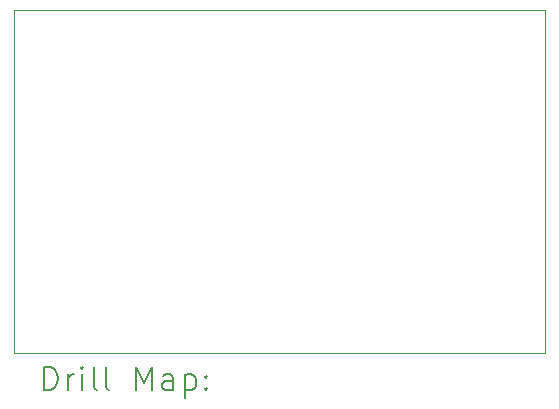
<source format=gbr>
%TF.GenerationSoftware,KiCad,Pcbnew,7.0.9*%
%TF.CreationDate,2023-11-16T15:57:47+00:00*%
%TF.ProjectId,zx_spectrum_composite_mod,7a785f73-7065-4637-9472-756d5f636f6d,0*%
%TF.SameCoordinates,Original*%
%TF.FileFunction,Drillmap*%
%TF.FilePolarity,Positive*%
%FSLAX45Y45*%
G04 Gerber Fmt 4.5, Leading zero omitted, Abs format (unit mm)*
G04 Created by KiCad (PCBNEW 7.0.9) date 2023-11-16 15:57:47*
%MOMM*%
%LPD*%
G01*
G04 APERTURE LIST*
%ADD10C,0.100000*%
%ADD11C,0.200000*%
G04 APERTURE END LIST*
D10*
X5900000Y-3600000D02*
X10400000Y-3600000D01*
X10400000Y-6500000D01*
X5900000Y-6500000D01*
X5900000Y-3600000D01*
D11*
X6155777Y-6816484D02*
X6155777Y-6616484D01*
X6155777Y-6616484D02*
X6203396Y-6616484D01*
X6203396Y-6616484D02*
X6231967Y-6626008D01*
X6231967Y-6626008D02*
X6251015Y-6645055D01*
X6251015Y-6645055D02*
X6260539Y-6664103D01*
X6260539Y-6664103D02*
X6270062Y-6702198D01*
X6270062Y-6702198D02*
X6270062Y-6730769D01*
X6270062Y-6730769D02*
X6260539Y-6768865D01*
X6260539Y-6768865D02*
X6251015Y-6787912D01*
X6251015Y-6787912D02*
X6231967Y-6806960D01*
X6231967Y-6806960D02*
X6203396Y-6816484D01*
X6203396Y-6816484D02*
X6155777Y-6816484D01*
X6355777Y-6816484D02*
X6355777Y-6683150D01*
X6355777Y-6721246D02*
X6365301Y-6702198D01*
X6365301Y-6702198D02*
X6374824Y-6692674D01*
X6374824Y-6692674D02*
X6393872Y-6683150D01*
X6393872Y-6683150D02*
X6412920Y-6683150D01*
X6479586Y-6816484D02*
X6479586Y-6683150D01*
X6479586Y-6616484D02*
X6470062Y-6626008D01*
X6470062Y-6626008D02*
X6479586Y-6635531D01*
X6479586Y-6635531D02*
X6489110Y-6626008D01*
X6489110Y-6626008D02*
X6479586Y-6616484D01*
X6479586Y-6616484D02*
X6479586Y-6635531D01*
X6603396Y-6816484D02*
X6584348Y-6806960D01*
X6584348Y-6806960D02*
X6574824Y-6787912D01*
X6574824Y-6787912D02*
X6574824Y-6616484D01*
X6708158Y-6816484D02*
X6689110Y-6806960D01*
X6689110Y-6806960D02*
X6679586Y-6787912D01*
X6679586Y-6787912D02*
X6679586Y-6616484D01*
X6936729Y-6816484D02*
X6936729Y-6616484D01*
X6936729Y-6616484D02*
X7003396Y-6759341D01*
X7003396Y-6759341D02*
X7070062Y-6616484D01*
X7070062Y-6616484D02*
X7070062Y-6816484D01*
X7251015Y-6816484D02*
X7251015Y-6711722D01*
X7251015Y-6711722D02*
X7241491Y-6692674D01*
X7241491Y-6692674D02*
X7222443Y-6683150D01*
X7222443Y-6683150D02*
X7184348Y-6683150D01*
X7184348Y-6683150D02*
X7165301Y-6692674D01*
X7251015Y-6806960D02*
X7231967Y-6816484D01*
X7231967Y-6816484D02*
X7184348Y-6816484D01*
X7184348Y-6816484D02*
X7165301Y-6806960D01*
X7165301Y-6806960D02*
X7155777Y-6787912D01*
X7155777Y-6787912D02*
X7155777Y-6768865D01*
X7155777Y-6768865D02*
X7165301Y-6749817D01*
X7165301Y-6749817D02*
X7184348Y-6740293D01*
X7184348Y-6740293D02*
X7231967Y-6740293D01*
X7231967Y-6740293D02*
X7251015Y-6730769D01*
X7346253Y-6683150D02*
X7346253Y-6883150D01*
X7346253Y-6692674D02*
X7365301Y-6683150D01*
X7365301Y-6683150D02*
X7403396Y-6683150D01*
X7403396Y-6683150D02*
X7422443Y-6692674D01*
X7422443Y-6692674D02*
X7431967Y-6702198D01*
X7431967Y-6702198D02*
X7441491Y-6721246D01*
X7441491Y-6721246D02*
X7441491Y-6778388D01*
X7441491Y-6778388D02*
X7431967Y-6797436D01*
X7431967Y-6797436D02*
X7422443Y-6806960D01*
X7422443Y-6806960D02*
X7403396Y-6816484D01*
X7403396Y-6816484D02*
X7365301Y-6816484D01*
X7365301Y-6816484D02*
X7346253Y-6806960D01*
X7527205Y-6797436D02*
X7536729Y-6806960D01*
X7536729Y-6806960D02*
X7527205Y-6816484D01*
X7527205Y-6816484D02*
X7517682Y-6806960D01*
X7517682Y-6806960D02*
X7527205Y-6797436D01*
X7527205Y-6797436D02*
X7527205Y-6816484D01*
X7527205Y-6692674D02*
X7536729Y-6702198D01*
X7536729Y-6702198D02*
X7527205Y-6711722D01*
X7527205Y-6711722D02*
X7517682Y-6702198D01*
X7517682Y-6702198D02*
X7527205Y-6692674D01*
X7527205Y-6692674D02*
X7527205Y-6711722D01*
M02*

</source>
